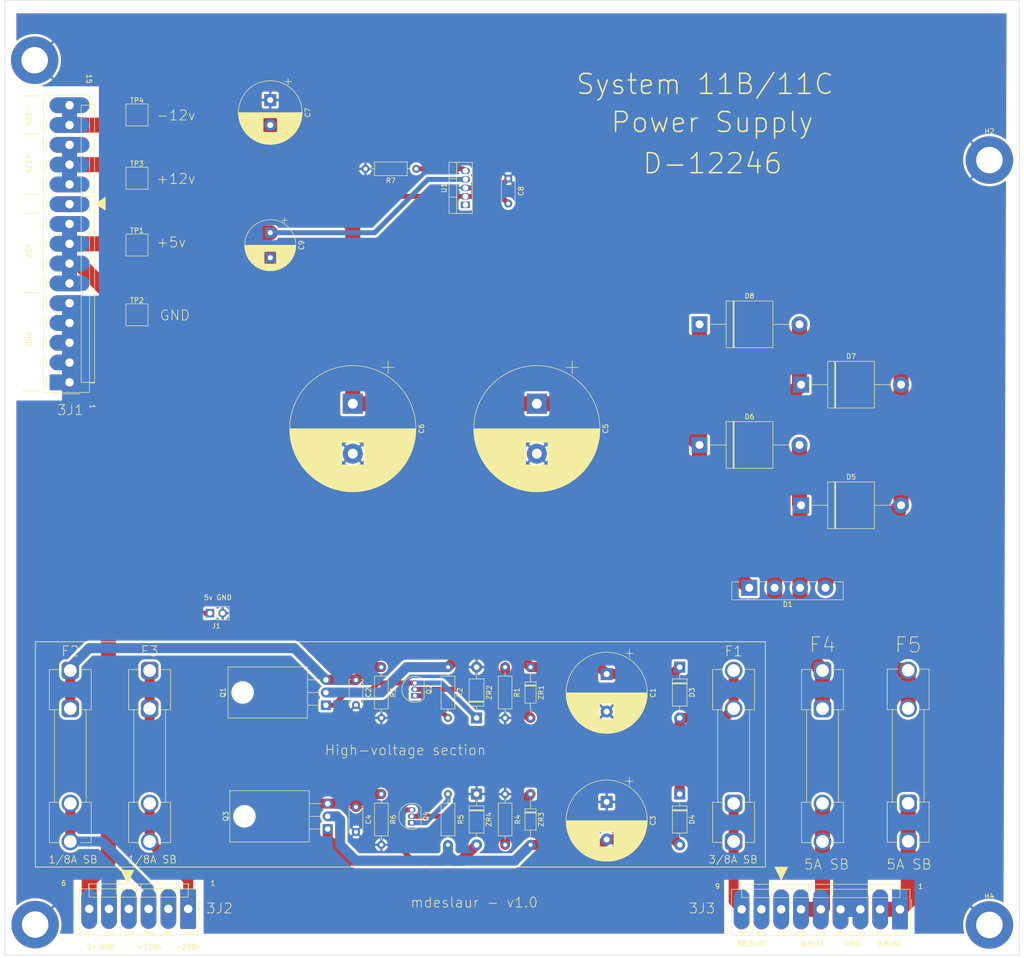
<source format=kicad_pcb>
(kicad_pcb (version 20221018) (generator pcbnew)
  (title_block (title "Williams System 11B/11C Power Supply") (date "2024-02-02") (rev "1.0") (company "Marc Deslauriers"))
  (layers (0 "F.Cu" signal) (31 "B.Cu" signal) (34 "B.Paste" user) (35 "F.Paste" user) (36 "B.SilkS" user "B.Silkscreen") (37 "F.SilkS" user "F.Silkscreen") (38 "B.Mask" user) (39 "F.Mask" user) (44 "Edge.Cuts" user))
  (net 0 "")
  (net 1 "GND")
  (net 2 "/+5v")
  (net 4 "/+12v Unreg")
  (net 5 "/-12v Unreg")
  (net 6 "/-100v")
  (net 8 "/+100v")
  (net 10 "Net-(3J3-Pin_1)")
  (net 11 "Net-(3J3-Pin_5)")
  (net 13 "Net-(3J3-Pin_9)")
  (net 14 "Net-(D3-K)")
  (net 15 "Net-(Q1-E)")
  (net 16 "Net-(D4-A)")
  (net 17 "Net-(Q3-E)")
  (net 18 "Net-(D7-K)")
  (net 19 "Net-(D5-K)")
  (net 20 "Net-(D3-A)")
  (net 21 "Net-(Q1-B)")
  (net 22 "Net-(Q2-E)")
  (net 23 "Net-(Q2-B)")
  (net 24 "Net-(Q3-B)")
  (net 25 "Net-(Q4-E)")
  (net 26 "Net-(Q4-B)")
  (net 27 "Net-(U1-VOADJUST)")
  (footprint "TestPoint:TestPoint_Pad_4.0x4.0mm" (layer "F.Cu") (at 97.79 68.5546)
    (fp_text reference "TP3" (at 0 -2.898) (layer "F.SilkS"))
    (fp_text value "+12v TP")
    (pad "1" smd rect (at 0 0) (size 4 4) (layers "F.Cu" "F.Mask") (net 4 "/+12v Unreg"))
  )
  (footprint "Capacitor_THT:C_Disc_D5.0mm_W2.5mm_P5.00mm" (layer "F.Cu") (at 141.605 194.35 -90)
    (fp_text reference "C4" (at 2.5 -2.5 90) (layer "F.SilkS"))
    (fp_text value "0.1uF")
    (pad "1" thru_hole circle (at 0 0 270) (size 1.6 1.6) (drill 0.8) (layers "*.Cu" "*.Mask") (net 17 "Net-(Q3-E)"))
    (pad "2" thru_hole circle (at 5 0 270) (size 1.6 1.6) (drill 0.8) (layers "*.Cu" "*.Mask") (net 1 "GND"))
  )
  (footprint "Package_TO_SOT_THT:TO-220-5_Vertical" (layer "F.Cu") (at 163.505 73.885 90)
    (fp_text reference "U1" (at 3.4 -4.27 90) (layer "F.SilkS"))
    (fp_text value "PTR08060WVD")
    (pad "1" thru_hole rect (at 0 0 90) (size 1.275 1.8) (drill 1.1) (layers "*.Cu" "*.Mask"))
    (pad "2" thru_hole oval (at 1.7 0 90) (size 1.275 1.8) (drill 1.1) (layers "*.Cu" "*.Mask") (net 4 "/+12v Unreg"))
    (pad "3" thru_hole oval (at 3.4 0 90) (size 1.275 1.8) (drill 1.1) (layers "*.Cu" "*.Mask") (net 1 "GND"))
    (pad "4" thru_hole oval (at 5.1 0 90) (size 1.275 1.8) (drill 1.1) (layers "*.Cu" "*.Mask") (net 2 "/+5v"))
    (pad "5" thru_hole oval (at 6.8 0 90) (size 1.275 1.8) (drill 1.1) (layers "*.Cu" "*.Mask") (net 27 "Net-(U1-VOADJUST)"))
  )
  (footprint "Resistor_THT:R_Axial_DIN0207_L6.3mm_D2.5mm_P10.16mm_Horizontal" (layer "F.Cu") (at 160.02 166.37 -90)
    (fp_text reference "R2" (at 5.08 -2.37 90) (layer "F.SilkS"))
    (fp_text value "680 1/2W")
    (pad "1" thru_hole circle (at 0 0 270) (size 1.6 1.6) (drill 0.8) (layers "*.Cu" "*.Mask") (net 14 "Net-(D3-K)"))
    (pad "2" thru_hole oval (at 10.16 0 270) (size 1.6 1.6) (drill 0.8) (layers "*.Cu" "*.Mask") (net 22 "Net-(Q2-E)"))
  )
  (footprint "Fuse:Fuseholder_Clip-6.3x32mm_Littelfuse_102_Inline_P34.21x7.62mm_D2.54mm_Horizontal" (layer "F.Cu") (at 217.17 201.255 90)
    (fp_text reference "F1" (at 38.06 0 180) (layer "F.SilkS") (effects (font (size 2 2))))
    (fp_text value "3/8A SB")
    (pad "1" thru_hole roundrect (at 0 0 90) (size 3.5 3.5) (drill 2.54) (layers "*.Cu" "*.Mask") (net 13 "Net-(3J3-Pin_9)"))
    (pad "1" thru_hole roundrect (at 7.62 0 90) (size 3.5 3.5) (drill 2.54) (layers "*.Cu" "*.Mask") (net 13 "Net-(3J3-Pin_9)"))
    (pad "2" thru_hole circle (at 26.59 0 90) (size 3.5 3.5) (drill 2.54) (layers "*.Cu" "*.Mask") (net 20 "Net-(D3-A)"))
    (pad "2" thru_hole circle (at 34.21 0 90) (size 3.5 3.5) (drill 2.54) (layers "*.Cu" "*.Mask") (net 20 "Net-(D3-A)"))
  )
  (footprint "Capacitor_THT:CP_Radial_D16.0mm_P7.50mm" (layer "F.Cu") (at 191.77 193.337246 -90)
    (fp_text reference "C3" (at 3.75 -9.25 90) (layer "F.SilkS"))
    (fp_text value "150uF 160v")
    (pad "1" thru_hole rect (at 0 0 270) (size 2.4 2.4) (drill 1.2) (layers "*.Cu" "*.Mask") (net 1 "GND"))
    (pad "2" thru_hole circle (at 7.5 0 270) (size 2.4 2.4) (drill 1.2) (layers "*.Cu" "*.Mask") (net 16 "Net-(D4-A)"))
  )
  (footprint "Resistor_THT:R_Axial_DIN0207_L6.3mm_D2.5mm_P10.16mm_Horizontal" (layer "F.Cu") (at 160.02 201.93 90)
    (fp_text reference "R5" (at 5.08 2.54 90) (layer "F.SilkS"))
    (fp_text value "680 1/2W")
    (pad "1" thru_hole circle (at 0 0 90) (size 1.6 1.6) (drill 0.8) (layers "*.Cu" "*.Mask") (net 16 "Net-(D4-A)"))
    (pad "2" thru_hole oval (at 10.16 0 90) (size 1.6 1.6) (drill 0.8) (layers "*.Cu" "*.Mask") (net 25 "Net-(Q4-E)"))
  )
  (footprint "Diode_THT:D_DO-41_SOD81_P10.16mm_Horizontal" (layer "F.Cu") (at 206.375 191.77 -90)
    (fp_text reference "D4" (at 5.08 -2.47 90) (layer "F.SilkS"))
    (fp_text value "1N4004")
    (pad "1" thru_hole rect (at 0 0 270) (size 2.2 2.2) (drill 1.1) (layers "*.Cu" "*.Mask") (net 20 "Net-(D3-A)"))
    (pad "2" thru_hole oval (at 10.16 0 270) (size 2.2 2.2) (drill 1.1) (layers "*.Cu" "*.Mask") (net 16 "Net-(D4-A)"))
  )
  (footprint "Diode_THT:Diode_Bridge_Vishay_GBU" (layer "F.Cu") (at 220.2942 150.495)
    (fp_text reference "D1" (at 7.7 3.3 180) (layer "F.SilkS"))
    (fp_text value "GBU6B")
    (pad "1" thru_hole rect (at 0 0) (size 3.2 3.2) (drill 1.6) (layers "*.Cu" "*.Mask") (net 4 "/+12v Unreg"))
    (pad "2" thru_hole circle (at 5.08 0) (size 3.2 3.2) (drill 1.6) (layers "*.Cu" "*.Mask") (net 18 "Net-(D7-K)"))
    (pad "3" thru_hole circle (at 10.16 0) (size 3.2 3.2) (drill 1.6) (layers "*.Cu" "*.Mask") (net 19 "Net-(D5-K)"))
    (pad "4" thru_hole circle (at 15.24 0) (size 3.2 3.2) (drill 1.6) (layers "*.Cu" "*.Mask") (net 5 "/-12v Unreg"))
  )
  (footprint "Package_TO_SOT_THT:TO-220-3_Horizontal_TabDown" (layer "F.Cu") (at 135.595 173.99 90)
    (fp_text reference "Q1" (at 2.54 -20.58 90) (layer "F.SilkS"))
    (fp_text value "MJE15030")
    (pad "" np_thru_hole oval (at 2.54 -16.66 90) (size 3.5 3.5) (drill 3.5) (layers "*.Cu" "*.Mask"))
    (pad "1" thru_hole rect (at 0 0 90) (size 1.905 2) (drill 1.1) (layers "*.Cu" "*.Mask") (net 21 "Net-(Q1-B)"))
    (pad "2" thru_hole oval (at 2.54 0 90) (size 1.905 2) (drill 1.1) (layers "*.Cu" "*.Mask") (net 14 "Net-(D3-K)"))
    (pad "3" thru_hole oval (at 5.08 0 90) (size 1.905 2) (drill 1.1) (layers "*.Cu" "*.Mask") (net 15 "Net-(Q1-E)"))
  )
  (footprint "Diode_THT:D_DO-41_SOD81_P10.16mm_Horizontal" (layer "F.Cu") (at 165.735 191.77 -90)
    (fp_text reference "ZR4" (at 5.08 -2.47 90) (layer "F.SilkS"))
    (fp_text value "1N4764")
    (pad "1" thru_hole rect (at 0 0 270) (size 2.2 2.2) (drill 1.1) (layers "*.Cu" "*.Mask") (net 1 "GND"))
    (pad "2" thru_hole oval (at 10.16 0 270) (size 2.2 2.2) (drill 1.1) (layers "*.Cu" "*.Mask") (net 24 "Net-(Q3-B)"))
  )
  (footprint "Fuse:Fuseholder_Clip-6.3x32mm_Littelfuse_102_Inline_P34.21x7.62mm_D2.54mm_Horizontal" (layer "F.Cu") (at 100.33 167.045 -90)
    (fp_text reference "F3" (at -3.85 0) (layer "F.SilkS") (effects (font (size 2 2))))
    (fp_text value "1/8A SB")
    (pad "1" thru_hole roundrect (at 0 0 270) (size 3.5 3.5) (drill 2.54) (layers "*.Cu" "*.Mask") (net 17 "Net-(Q3-E)"))
    (pad "1" thru_hole roundrect (at 7.62 0 270) (size 3.5 3.5) (drill 2.54) (layers "*.Cu" "*.Mask") (net 17 "Net-(Q3-E)"))
    (pad "2" thru_hole circle (at 26.59 0 270) (size 3.5 3.5) (drill 2.54) (layers "*.Cu" "*.Mask") (net 6 "/-100v"))
    (pad "2" thru_hole circle (at 34.21 0 270) (size 3.5 3.5) (drill 2.54) (layers "*.Cu" "*.Mask") (net 6 "/-100v"))
  )
  (footprint "Diode_THT:D_P600_R-6_P20.00mm_Horizontal" (layer "F.Cu") (at 210.345 97.79)
    (fp_text reference "D8" (at 10 -5.67) (layer "F.SilkS"))
    (fp_text value "D_Filled")
    (pad "1" thru_hole rect (at 0 0) (size 3.2 3.2) (drill 1.6) (layers "*.Cu" "*.Mask") (net 4 "/+12v Unreg"))
    (pad "2" thru_hole oval (at 20 0) (size 3.2 3.2) (drill 1.6) (layers "*.Cu" "*.Mask") (net 18 "Net-(D7-K)"))
  )
  (footprint "Package_TO_SOT_THT:TO-92_Inline" (layer "F.Cu") (at 153.395 172.085 90)
    (fp_text reference "Q2" (at 1.27 2.815 90) (layer "F.SilkS"))
    (fp_text value "2N5401")
    (pad "1" thru_hole rect (at 0 0 90) (size 1.05 1.5) (drill 0.75) (layers "*.Cu" "*.Mask") (net 22 "Net-(Q2-E)"))
    (pad "2" thru_hole oval (at 1.27 0 90) (size 1.05 1.5) (drill 0.75) (layers "*.Cu" "*.Mask") (net 23 "Net-(Q2-B)"))
    (pad "3" thru_hole oval (at 2.54 0 90) (size 1.05 1.5) (drill 0.75) (layers "*.Cu" "*.Mask") (net 21 "Net-(Q1-B)"))
  )
  (footprint "TestPoint:TestPoint_Pad_4.0x4.0mm" (layer "F.Cu") (at 97.79 95.885)
    (fp_text reference "TP2" (at 0 -2.898) (layer "F.SilkS"))
    (fp_text value "GND TP")
    (pad "1" smd rect (at 0 0) (size 4 4) (layers "F.Cu" "F.Mask") (net 1 "GND"))
  )
  (footprint "TestPoint:TestPoint_Pad_4.0x4.0mm" (layer "F.Cu") (at 97.79 55.88)
    (fp_text reference "TP4" (at 0 -2.898) (layer "F.SilkS"))
    (fp_text value "-12v TP")
    (pad "1" smd rect (at 0 0) (size 4 4) (layers "F.Cu" "F.Mask") (net 5 "/-12v Unreg"))
  )
  (footprint "regulator:Molex_KK-396_A-41791-0015_1x15_P3.96mm_Vertical" (layer "F.Cu") (at 84.2982 109.3912 90)
    (fp_text reference "3J1" (at -5.5438 0.1568 180) (layer "F.SilkS") (effects (font (size 2 2))))
    (fp_text value "Conn_01x15")
    (pad "1" thru_hole roundrect (at 0 0 90) (size 3.16 8) (drill 1.7) (layers "*.Cu" "*.Mask") (roundrect_rratio 0.07911392405) (net 1 "GND"))
    (pad "2" thru_hole oval (at 3.96 0 90) (size 3.16 8) (drill 1.7) (layers "*.Cu" "*.Mask") (net 1 "GND"))
    (pad "3" thru_hole oval (at 7.92 0 90) (size 3.16 8) (drill 1.7) (layers "*.Cu" "*.Mask") (net 1 "GND"))
    (pad "4" thru_hole oval (at 11.88 0 90) (size 3.16 8) (drill 1.7) (layers "*.Cu" "*.Mask") (net 1 "GND"))
    (pad "5" thru_hole oval (at 15.84 0 90) (size 3.16 8) (drill 1.7) (layers "*.Cu" "*.Mask") (net 1 "GND"))
    (pad "6" thru_hole oval (at 19.8 0 90) (size 3.16 8) (drill 1.7) (layers "*.Cu" "*.Mask") (net 2 "/+5v"))
    (pad "7" thru_hole oval (at 23.76 0 90) (size 3.16 8) (drill 1.7) (layers "*.Cu" "*.Mask") (net 2 "/+5v"))
    (pad "8" thru_hole oval (at 27.72 0 90) (size 3.16 8) (drill 1.7) (layers "*.Cu" "*.Mask") (net 2 "/+5v"))
    (pad "9" thru_hole oval (at 31.68 0 90) (size 3.16 8) (drill 1.7) (layers "*.Cu" "*.Mask") (net 2 "/+5v"))
    (pad "10" thru_hole oval (at 35.64 0 90) (size 3.16 8) (drill 1.7) (layers "*.Cu" "*.Mask"))
    (pad "11" thru_hole oval (at 39.6 0 90) (size 3.16 8) (drill 1.7) (layers "*.Cu" "*.Mask") (net 4 "/+12v Unreg"))
    (pad "12" thru_hole oval (at 43.56 0 90) (size 3.16 8) (drill 1.7) (layers "*.Cu" "*.Mask") (net 4 "/+12v Unreg"))
    (pad "13" thru_hole oval (at 47.52 0 90) (size 3.16 8) (drill 1.7) (layers "*.Cu" "*.Mask") (net 4 "/+12v Unreg"))
    (pad "14" thru_hole oval (at 51.48 0 90) (size 3.16 8) (drill 1.7) (layers "*.Cu" "*.Mask") (net 5 "/-12v Unreg"))
    (pad "15" thru_hole oval (at 55.44 0 90) (size 3.16 8) (drill 1.7) (layers "*.Cu" "*.Mask") (net 5 "/-12v Unreg"))
  )
  (footprint "Capacitor_THT:CP_Radial_D25.0mm_P10.00mm_SnapIn" (layer "F.Cu") (at 140.97 113.665 -90)
    (fp_text reference "C6" (at 5 -13.75 90) (layer "F.SilkS"))
    (fp_text value "10,000uF")
    (pad "1" thru_hole rect (at 0 0 270) (size 4 4) (drill 2) (layers "*.Cu" "*.Mask") (net 4 "/+12v Unreg"))
    (pad "2" thru_hole circle (at 10 0 270) (size 4 4) (drill 2) (layers "*.Cu" "*.Mask") (net 1 "GND"))
  )
  (footprint "MountingHole:MountingHole_5.3mm_M5_ISO7380_Pad" (layer "F.Cu") (at 268.3452 217.9518)
    (fp_text reference "H4" (at 0 -5.75) (layer "F.SilkS"))
    (fp_text value "MountingHole_Pad")
    (pad "1" thru_hole circle (at 0 0) (size 9.5 9.5) (drill 5.3) (layers "*.Cu" "*.Mask") (net 1 "GND"))
  )
  (footprint "Capacitor_THT:C_Disc_D5.0mm_W2.5mm_P5.00mm" (layer "F.Cu") (at 172.085 73.62 90)
    (fp_text reference "C8" (at 2.5 2.54 90) (layer "F.SilkS"))
    (fp_text value "22uF Cer")
    (pad "1" thru_hole circle (at 0 0 90) (size 1.6 1.6) (drill 0.8) (layers "*.Cu" "*.Mask") (net 4 "/+12v Unreg"))
    (pad "2" thru_hole circle (at 5 0 90) (size 1.6 1.6) (drill 0.8) (layers "*.Cu" "*.Mask") (net 1 "GND"))
  )
  (footprint "Fuse:Fuseholder_Clip-6.3x32mm_Littelfuse_102_Inline_P34.21x7.62mm_D2.54mm_Horizontal" (layer "F.Cu") (at 84.455 167.045 -90)
    (fp_text reference "F2" (at -3.85 0) (layer "F.SilkS") (effects (font (size 2 2))))
    (fp_text value "1/8A SB")
    (pad "1" thru_hole roundrect (at 0 0 270) (size 3.5 3.5) (drill 2.54) (layers "*.Cu" "*.Mask") (net 15 "Net-(Q1-E)"))
    (pad "1" thru_hole roundrect (at 7.62 0 270) (size 3.5 3.5) (drill 2.54) (layers "*.Cu" "*.Mask") (net 15 "Net-(Q1-E)"))
    (pad "2" thru_hole circle (at 26.59 0 270) (size 3.5 3.5) (drill 2.54) (layers "*.Cu" "*.Mask") (net 8 "/+100v"))
    (pad "2" thru_hole circle (at 34.21 0 270) (size 3.5 3.5) (drill 2.54) (layers "*.Cu" "*.Mask") (net 8 "/+100v"))
  )
  (footprint "MountingHole:MountingHole_5.3mm_M5_ISO7380_Pad" (layer "F.Cu") (at 77.3232 44.9438)
    (fp_text reference "H1" hide)
    (fp_text value "MountingHole_Pad")
    (pad "1" thru_hole circle (at 0 0) (size 9.5 9.5) (drill 5.3) (layers "*.Cu" "*.Mask") (net 1 "GND"))
  )
  (footprint "Diode_THT:D_P600_R-6_P20.00mm_Horizontal" (layer "F.Cu") (at 230.665 109.855)
    (fp_text reference "D7" (at 10 -5.67) (layer "F.SilkS"))
    (fp_text value "D_Filled")
    (pad "1" thru_hole rect (at 0 0) (size 3.2 3.2) (drill 1.6) (layers "*.Cu" "*.Mask") (net 18 "Net-(D7-K)"))
    (pad "2" thru_hole oval (at 20 0) (size 3.2 3.2) (drill 1.6) (layers "*.Cu" "*.Mask") (net 5 "/-12v Unreg"))
  )
  (footprint "MountingHole:MountingHole_5.3mm_M5_ISO7380_Pad" (layer "F.Cu") (at 268.3458 64.918)
    (fp_text reference "H2" (at 0 -5.75) (layer "F.SilkS"))
    (fp_text value "MountingHole_Pad")
    (pad "1" thru_hole circle (at 0 0) (size 9.5 9.5) (drill 5.3) (layers "*.Cu" "*.Mask") (net 1 "GND"))
  )
  (footprint "Resistor_THT:R_Axial_DIN0207_L6.3mm_D2.5mm_P10.16mm_Horizontal" (layer "F.Cu") (at 146.685 191.77 -90)
    (fp_text reference "R6" (at 5.08 -2.37 90) (layer "F.SilkS"))
    (fp_text value "330K 1/2W")
    (pad "1" thru_hole circle (at 0 0 270) (size 1.6 1.6) (drill 0.8) (layers "*.Cu" "*.Mask") (net 17 "Net-(Q3-E)"))
    (pad "2" thru_hole oval (at 10.16 0 270) (size 1.6 1.6) (drill 0.8) (layers "*.Cu" "*.Mask") (net 1 "GND"))
  )
  (footprint "Fuse:Fuseholder_Clip-6.3x32mm_Littelfuse_102_Inline_P34.21x7.62mm_D2.54mm_Horizontal" (layer "F.Cu") (at 234.95 167.045 -90)
    (fp_text reference "F4" (at -5.12 0) (layer "F.SilkS") (effects (font (size 3 3))))
    (fp_text value "5A SB")
    (pad "1" thru_hole roundrect (at 0 0 270) (size 3.5 3.5) (drill 2.54) (layers "*.Cu" "*.Mask") (net 18 "Net-(D7-K)"))
    (pad "1" thru_hole roundrect (at 7.62 0 270) (size 3.5 3.5) (drill 2.54) (layers "*.Cu" "*.Mask") (net 18 "Net-(D7-K)"))
    (pad "2" thru_hole circle (at 26.59 0 270) (size 3.5 3.5) (drill 2.54) (layers "*.Cu" "*.Mask") (net 11 "Net-(3J3-Pin_5)"))
    (pad "2" thru_hole circle (at 34.21 0 270) (size 3.5 3.5) (drill 2.54) (layers "*.Cu" "*.Mask") (net 11 "Net-(3J3-Pin_5)"))
  )
  (footprint "Package_TO_SOT_THT:TO-220-3_Horizontal_TabDown" (layer "F.Cu") (at 135.9506 198.755 90)
    (fp_text reference "Q3" (at 2.54 -20.3806 90) (layer "F.SilkS"))
    (fp_text value "MJE15031")
    (pad "" np_thru_hole oval (at 2.54 -16.66 90) (size 3.5 3.5) (drill 3.5) (layers "*.Cu" "*.Mask"))
    (pad "1" thru_hole rect (at 0 0 90) (size 1.905 2) (drill 1.1) (layers "*.Cu" "*.Mask") (net 24 "Net-(Q3-B)"))
    (pad "2" thru_hole oval (at 2.54 0 90) (size 1.905 2) (drill 1.1) (layers "*.Cu" "*.Mask") (net 16 "Net-(D4-A)"))
    (pad "3" thru_hole oval (at 5.08 0 90) (size 1.905 2) (drill 1.1) (layers "*.Cu" "*.Mask") (net 17 "Net-(Q3-E)"))
  )
  (footprint "Diode_THT:D_DO-41_SOD81_P10.16mm_Horizontal" (layer "F.Cu") (at 165.735 176.53 90)
    (fp_text reference "ZR2" (at 5.08 2.54 90) (layer "F.SilkS"))
    (fp_text value "1N4764")
    (pad "1" thru_hole rect (at 0 0 90) (size 2.2 2.2) (drill 1.1) (layers "*.Cu" "*.Mask") (net 21 "Net-(Q1-B)"))
    (pad "2" thru_hole oval (at 10.16 0 90) (size 2.2 2.2) (drill 1.1) (layers "*.Cu" "*.Mask") (net 1 "GND"))
  )
  (footprint "Resistor_THT:R_Axial_DIN0207_L6.3mm_D2.5mm_P10.16mm_Horizontal" (layer "F.Cu") (at 171.45 166.37 -90)
    (fp_text reference "R1" (at 5.08 -2.37 90) (layer "F.SilkS"))
    (fp_text value "39K 1W")
    (pad "1" thru_hole circle (at 0 0 270) (size 1.6 1.6) (drill 0.8) (layers "*.Cu" "*.Mask") (net 23 "Net-(Q2-B)"))
    (pad "2" thru_hole oval (at 10.16 0 270) (size 1.6 1.6) (drill 0.8) (layers "*.Cu" "*.Mask") (net 1 "GND"))
  )
  (footprint "Capacitor_THT:CP_Radial_D25.0mm_P10.00mm_SnapIn" (layer "F.Cu") (at 177.8 113.665 -90)
    (fp_text reference "C5" (at 5 -13.75 90) (layer "F.SilkS"))
    (fp_text value "10,000uF")
    (pad "1" thru_hole rect (at 0 0 270) (size 4 4) (drill 2) (layers "*.Cu" "*.Mask") (net 4 "/+12v Unreg"))
    (pad "2" thru_hole circle (at 10 0 270) (size 4 4) (drill 2) (layers "*.Cu" "*.Mask") (net 1 "GND"))
  )
  (footprint "Diode_THT:D_DO-41_SOD81_P10.16mm_Horizontal" (layer "F.Cu") (at 206.375 166.37 -90)
    (fp_text reference "D3" (at 5.08 -2.47 90) (layer "F.SilkS"))
    (fp_text value "1N4004")
    (pad "1" thru_hole rect (at 0 0 270) (size 2.2 2.2) (drill 1.1) (layers "*.Cu" "*.Mask") (net 14 "Net-(D3-K)"))
    (pad "2" thru_hole oval (at 10.16 0 270) (size 2.2 2.2) (drill 1.1) (layers "*.Cu" "*.Mask") (net 20 "Net-(D3-A)"))
  )
  (footprint "regulator:Molex_KK-396_A-41791-0009_1x09_P3.96mm_Vertical" (layer "F.Cu") (at 250.4474 214.8266 180)
    (fp_text reference "3J3" (at 39.6274 0.1966 180) (layer "F.SilkS") (effects (font (size 2 2))))
    (fp_text value "Conn_01x09")
    (pad "1" thru_hole roundrect (at 0 0 180) (size 3.16 8) (drill 1.7) (layers "*.Cu" "*.Mask") (roundrect_rratio 0.07911392405) (net 10 "Net-(3J3-Pin_1)"))
    (pad "2" thru_hole oval (at 3.96 0 180) (size 3.16 8) (drill 1.7) (layers "*.Cu" "*.Mask") (net 10 "Net-(3J3-Pin_1)"))
    (pad "3" thru_hole oval (at 7.92 0 180) (size 3.16 8) (drill 1.7) (layers "*.Cu" "*.Mask") (net 1 "GND"))
    (pad "4" thru_hole oval (at 11.88 0 180) (size 3.16 8) (drill 1.7) (layers "*.Cu" "*.Mask") (net 1 "GND"))
    (pad "5" thru_hole oval (at 15.84 0 180) (size 3.16 8) (drill 1.7) (layers "*.Cu" "*.Mask") (net 11 "Net-(3J3-Pin_5)"))
    (pad "6" thru_hole oval (at 19.8 0 180) (size 3.16 8) (drill 1.7) (layers "*.Cu" "*.Mask") (net 11 "Net-(3J3-Pin_5)"))
    (pad "7" thru_hole oval (at 23.76 0 180) (size 3.16 8) (drill 1.7) (layers "*.Cu" "*.Mask"))
    (pad "8" thru_hole oval (at 27.72 0 180) (size 3.16 8) (drill 1.7) (layers "*.Cu" "*.Mask") (net 1 "GND"))
    (pad "9" thru_hole oval (at 31.68 0 180) (size 3.16 8) (drill 1.7) (layers "*.Cu" "*.Mask") (net 13 "Net-(3J3-Pin_9)"))
  )
  (footprint "Package_TO_SOT_THT:TO-92_Inline" (layer "F.Cu") (at 152.76 197.485 90)
    (fp_text reference "Q4" (at 1.27 2.815 90) (layer "F.SilkS"))
    (fp_text value "2N5551")
    (pad "1" thru_hole rect (at 0 0 90) (size 1.05 1.5) (drill 0.75) (layers "*.Cu" "*.Mask") (net 25 "Net-(Q4-E)"))
    (pad "2" thru_hole oval (at 1.27 0 90) (size 1.05 1.5) (drill 0.75) (layers "*.Cu" "*.Mask") (net 26 "Net-(Q4-B)"))
    (pad "3" thru_hole oval (at 2.54 0 90) (size 1.05 1.5) (drill 0.75) (layers "*.Cu" "*.Mask") (net 24 "Net-(Q3-B)"))
  )
  (footprint "Diode_THT:D_DO-35_SOD27_P10.16mm_Horizontal" (layer "F.Cu") (at 176.53 166.37 -90)
    (fp_text reference "ZR1" (at 5.08 -2.12 90) (layer "F.SilkS"))
    (fp_text value "1N5990")
    (pad "1" thru_hole rect (at 0 0 270) (size 1.6 1.6) (drill 0.8) (layers "*.Cu" "*.Mask") (net 14 "Net-(D3-K)"))
    (pad "2" thru_hole oval (at 10.16 0 270) (size 1.6 1.6) (drill 0.8) (layers "*.Cu" "*.Mask") (net 23 "Net-(Q2-B)"))
  )
  (footprint "regulator:Molex_KK-396_A-41791-0006_1x06_P3.96mm_Vertical" (layer "F.Cu") (at 108.0332 214.7424 180)
    (fp_text reference "3J2" (at -6.2668 0.1124 180) (layer "F.SilkS") (effects (font (size 2 2))))
    (fp_text value "Conn_01x06")
    (pad "1" thru_hole roundrect (at 0 0 180) (size 3.16 8) (drill 1.7) (layers "*.Cu" "*.Mask") (roundrect_rratio 0.07911392405) (net 6 "/-100v"))
    (pad "2" thru_hole oval (at 3.96 0 180) (size 3.16 8) (drill 1.7) (layers "*.Cu" "*.Mask"))
    (pad "3" thru_hole oval (at 7.92 0 180) (size 3.16 8) (drill 1.7) (layers "*.Cu" "*.Mask") (net 8 "/+100v"))
    (pad "4" thru_hole oval (at 11.88 0 180) (size 3.16 8) (drill 1.7) (layers "*.Cu" "*.Mask"))
    (pad "5" thru_hole oval (at 15.84 0 180) (size 3.16 8) (drill 1.7) (layers "*.Cu" "*.Mask") (net 1 "GND"))
    (pad "6" thru_hole oval (at 19.8 0 180) (size 3.16 8) (drill 1.7) (layers "*.Cu" "*.Mask") (net 2 "/+5v"))
  )
  (footprint "TestPoint:TestPoint_Pad_4.0x4.0mm" (layer "F.Cu") (at 97.79 81.915)
    (fp_text reference "TP1" (at 0 -2.898) (layer "F.SilkS"))
    (fp_text value "+5v TP")
    (pad "1" smd rect (at 0 0) (size 4 4) (layers "F.Cu" "F.Mask") (net 2 "/+5v"))
  )
  (footprint "Connector_PinHeader_2.54mm:PinHeader_1x02_P2.54mm_Vertical" (layer "F.Cu") (at 112.39 155.575 90)
    (fp_text reference "J1" (at -2.54 1.275 180) (layer "F.SilkS"))
    (fp_text value "Optional Voltmeter")
    (pad "1" thru_hole rect (at 0 0 90) (size 1.7 1.7) (drill 1) (layers "*.Cu" "*.Mask") (net 2 "/+5v"))
    (pad "2" thru_hole oval (at 0 2.54 90) (size 1.7 1.7) (drill 1) (layers "*.Cu" "*.Mask") (net 1 "GND"))
  )
  (footprint "Diode_THT:D_P600_R-6_P20.00mm_Horizontal" (layer "F.Cu") (at 230.665 133.985)
    (fp_text reference "D5" (at 10 -5.67) (layer "F.SilkS"))
    (fp_text value "D_Filled")
    (pad "1" thru_hole rect (at 0 0) (size 3.2 3.2) (drill 1.6) (layers "*.Cu" "*.Mask") (net 19 "Net-(D5-K)"))
    (pad "2" thru_hole oval (at 20 0) (size 3.2 3.2) (drill 1.6) (layers "*.Cu" "*.Mask") (net 5 "/-12v Unreg"))
  )
  (footprint "MountingHole:MountingHole_5.3mm_M5_ISO7380_Pad" (layer "F.Cu") (at 77.4248 217.876)
    (fp_text reference "H3" hide)
    (fp_text value "MountingHole_Pad")
    (pad "1" thru_hole circle (at 0 0) (size 9.5 9.5) (drill 5.3) (layers "*.Cu" "*.Mask") (net 1 "GND"))
  )
  (footprint "Diode_THT:D_P600_R-6_P20.00mm_Horizontal" (layer "F.Cu") (at 210.345 121.92)
    (fp_text reference "D6" (at 10 -5.67) (layer "F.SilkS"))
    (fp_text value "D_Filled")
    (pad "1" thru_hole rect (at 0 0) (size 3.2 3.2) (drill 1.6) (layers "*.Cu" "*.Mask") (net 4 "/+12v Unreg"))
    (pad "2" thru_hole oval (at 20 0) (size 3.2 3.2) (drill 1.6) (layers "*.Cu" "*.Mask") (net 19 "Net-(D5-K)"))
  )
  (footprint "Capacitor_THT:CP_Radial_D12.5mm_P5.00mm" (layer "F.Cu") (at 124.46 52.921041 -90)
    (fp_text reference "C7" (at 2.5 -7.5 90) (layer "F.SilkS"))
    (fp_text value "1000uF")
    (pad "1" thru_hole rect (at 0 0 270) (size 2.4 2.4) (drill 1.2) (layers "*.Cu" "*.Mask") (net 1 "GND"))
    (pad "2" thru_hole circle (at 5 0 270) (size 2.4 2.4) (drill 1.2) (layers "*.Cu" "*.Mask") (net 5 "/-12v Unreg"))
  )
  (footprint "Diode_THT:D_DO-35_SOD27_P10.16mm_Horizontal" (layer "F.Cu") (at 176.53 191.77 -90)
    (fp_text reference "ZR3" (at 5.08 -2.12 90) (layer "F.SilkS"))
    (fp_text value "1N5990")
    (pad "1" thru_hole rect (at 0 0 270) (size 1.6 1.6) (drill 0.8) (layers "*.Cu" "*.Mask") (net 26 "Net-(Q4-B)"))
    (pad "2" thru_hole oval (at 10.16 0 270) (size 1.6 1.6) (drill 0.8) (layers "*.Cu" "*.Mask") (net 16 "Net-(D4-A)"))
  )
  (footprint "Resistor_THT:R_Axial_DIN0207_L6.3mm_D2.5mm_P10.16mm_Horizontal" (layer "F.Cu") (at 146.685 166.37 -90)
    (fp_text reference "R3" (at 5.08 -2.37 90) (layer "F.SilkS"))
    (fp_text value "330K 1/2W")
    (pad "1" thru_hole circle (at 0 0 270) (size 1.6 1.6) (drill 0.8) (layers "*.Cu" "*.Mask") (net 15 "Net-(Q1-E)"))
    (pad "2" thru_hole oval (at 10.16 0 270) (size 1.6 1.6) (drill 0.8) (layers "*.Cu" "*.Mask") (net 1 "GND"))
  )
  (footprint "Capacitor_THT:CP_Radial_D16.0mm_P7.50mm" (layer "F.Cu") (at 191.77 167.76 -90)
    (fp_text reference "C1" (at 3.75 -9.25 90) (layer "F.SilkS"))
    (fp_text value "150uF 160v")
    (pad "1" thru_hole rect (at 0 0 270) (size 2.4 2.4) (drill 1.2) (layers "*.Cu" "*.Mask") (net 14 "Net-(D3-K)"))
    (pad "2" thru_hole circle (at 7.5 0 270) (size 2.4 2.4) (drill 1.2) (layers "*.Cu" "*.Mask") (net 1 "GND"))
  )
  (footprint "Resistor_THT:R_Axial_DIN0207_L6.3mm_D2.5mm_P10.16mm_Horizontal" (layer "F.Cu") (at 171.45 201.93 90)
    (fp_text reference "R4" (at 5.08 2.54 90) (layer "F.SilkS"))
    (fp_text value "39K 1W")
    (pad "1" thru_hole circle (at 0 0 90) (size 1.6 1.6) (drill 0.8) (layers "*.Cu" "*.Mask") (net 26 "Net-(Q4-B)"))
    (pad "2" thru_hole oval (at 10.16 0 90) (size 1.6 1.6) (drill 0.8) (layers "*.Cu" "*.Mask") (net 1 "GND"))
  )
  (footprint "Resistor_THT:R_Axial_DIN0207_L6.3mm_D2.5mm_P10.16mm_Horizontal" (layer "F.Cu") (at 153.67 66.675 180)
    (fp_text reference "R7" (at 5.08 -2.37) (layer "F.SilkS"))
    (fp_text value "267 1%")
    (pad "1" thru_hole circle (at 0 0 180) (size 1.6 1.6) (drill 0.8) (layers "*.Cu" "*.Mask") (net 27 "Net-(U1-VOADJUST)"))
    (pad "2" thru_hole oval (at 10.16 0 180) (size 1.6 1.6) (drill 0.8) (layers "*.Cu" "*.Mask") (net 1 "GND"))
  )
  (footprint "Fuse:Fuseholder_Clip-6.3x32mm_Littelfuse_102_Inline_P34.21x7.62mm_D2.54mm_Horizontal" (layer "F.Cu") (at 252.095 201.215 90)
    (fp_text reference "F5" (at 39.29 0 180) (layer "F.SilkS") (effects (font (size 3 3))))
    (fp_text value "5A SB")
    (pad "1" thru_hole roundrect (at 0 0 90) (size 3.5 3.5) (drill 2.54) (layers "*.Cu" "*.Mask") (net 10 "Net-(3J3-Pin_1)"))
    (pad "1" thru_hole roundrect (at 7.62 0 90) (size 3.5 3.5) (drill 2.54) (layers "*.Cu" "*.Mask") (net 10 "Net-(3J3-Pin_1)"))
    (pad "2" thru_hole circle (at 26.59 0 90) (size 3.5 3.5) (drill 2.54) (layers "*.Cu" "*.Mask") (net 19 "Net-(D5-K)"))
    (pad "2" thru_hole circle (at 34.21 0 90) (size 3.5 3.5) (drill 2.54) (layers "*.Cu" "*.Mask") (net 19 "Net-(D5-K)"))
  )
  (footprint "Capacitor_THT:C_Disc_D5.0mm_W2.5mm_P5.00mm" (layer "F.Cu") (at 141.605 168.95 -90)
    (fp_text reference "C2" (at 2.5 -2.5 90) (layer "F.SilkS"))
    (fp_text value "0.1uF")
    (pad "1" thru_hole circle (at 0 0 270) (size 1.6 1.6) (drill 0.8) (layers "*.Cu" "*.Mask") (net 15 "Net-(Q1-E)"))
    (pad "2" thru_hole circle (at 5 0 270) (size 1.6 1.6) (drill 0.8) (layers "*.Cu" "*.Mask") (net 1 "GND"))
  )
  (footprint "Capacitor_THT:CP_Radial_D10.0mm_P5.00mm" (layer "F.Cu") (at 124.46 79.455 -90)
    (fp_text reference "C9" (at 2.5 -6.25 90) (layer "F.SilkS"))
    (fp_text value "2200uF 16V")
    (pad "1" thru_hole rect (at 0 0 270) (size 2 2) (drill 1) (layers "*.Cu" "*.Mask") (net 2 "/+5v"))
    (pad "2" thru_hole circle (at 5 0 270) (size 2 2) (drill 1) (layers "*.Cu" "*.Mask") (net 1 "GND"))
  )
  (gr_line (start 78.105 111.125) (end 74.93 111.125) (stroke (width 0.15)) (layer "F.SilkS"))
  (gr_rect (start 77.47 161.29) (end 223.52 206.375) (stroke (width 0.15)) (fill none) (layer "F.SilkS"))
  (gr_line (start 78.105 71.755) (end 74.93 71.755) (stroke (width 0.15)) (layer "F.SilkS"))
  (gr_line (start 78.105 52.07) (end 74.93 52.07) (stroke (width 0.15)) (layer "F.SilkS"))
  (gr_line (start 78.105 75.565) (end 74.93 75.565) (stroke (width 0.15)) (layer "F.SilkS"))
  (gr_poly (pts (xy 91.44 72.39) (xy 89.535 73.66) (xy 91.44 74.93)) (stroke (width 0.15)) (fill solid) (layer "F.SilkS"))
  (gr_poly (pts (xy 95.885 209.55) (xy 94.615 207.01) (xy 97.155 207.01)) (stroke (width 0.15)) (fill solid) (layer "F.SilkS"))
  (gr_poly (pts (xy 226.695 208.915) (xy 225.425 206.375) (xy 227.965 206.375)) (stroke (width 0.15)) (fill solid) (layer "F.SilkS"))
  (gr_line (start 78.105 59.69) (end 74.93 59.69) (stroke (width 0.15)) (layer "F.SilkS"))
  (gr_line (start 78.105 91.44) (end 74.93 91.44) (stroke (width 0.15)) (layer "F.SilkS"))
  (gr_rect locked (start 71.3486 32.9438) (end 274.3486 223.9438) (stroke (width 0.1)) (fill none) (layer "Edge.Cuts"))
  (gr_text "High-voltage section" (at 135.255 184.15) (layer "F.SilkS") (effects (font (size 2 2)) (justify left bottom)))
  (gr_text "88.5vAC" (at 217.805 222.25) (layer "F.SilkS") (effects (font (size 1 1)) (justify left bottom)))
  (gr_text "+12v" (at 101.6 69.85) (layer "F.SilkS") (effects (font (size 2 2)) (justify left bottom)))
  (gr_text "System 11B/11C" (at 185.42 52.07) (layer "F.SilkS") (effects (font (size 4 4) (thickness 0.3)) (justify left bottom)))
  (gr_text "+5v" (at 101.6 82.55) (layer "F.SilkS") (effects (font (size 2 2)) (justify left bottom)))
  (gr_text "9" (at 213.36 210.82) (layer "F.SilkS") (effects (font (size 1 1)) (justify left bottom)))
  (gr_text "1/8A SB" (at 95.885 205.74) (layer "F.SilkS") (effects (font (size 1.5 1.5)) (justify left bottom)))
  (gr_text "1" (at 112.395 210.185) (layer "F.SilkS") (effects (font (size 1 1)) (justify left bottom)))
  (gr_text "D-12246" (at 198.755 67.945) (layer "F.SilkS") (effects (font (size 4 4) (thickness 0.3)) (justify left bottom)))
  (gr_text "Power Supply" (at 192.405 59.69) (layer "F.SilkS") (effects (font (size 4 4) (thickness 0.3)) (justify left bottom)))
  (gr_text "15" (at 87.63 47.625 270) (layer "F.SilkS") (effects (font (size 1 1)) (justify left bottom)))
  (gr_text "9.8vAC" (at 245.745 222.25) (layer "F.SilkS") (effects (font (size 1 1)) (justify left bottom)))
  (gr_text "GND" (at 239.395 222.25) (layer "F.SilkS") (effects (font (size 1 1)) (justify left bottom)))
  (gr_text "GND" (at 90.17 222.885) (layer "F.SilkS") (effects (font (size 1 1)) (justify left bottom)))
  (gr_text "+12V" (at 75.565 63.5 270) (layer "F.SilkS") (effects (font (size 1 1)) (justify left bottom)))
  (gr_text "6" (at 82.55 210.185) (layer "F.SilkS") (effects (font (size 1 1)) (justify left bottom)))
  (gr_text "-12V" (at 75.565 53.975 270) (layer "F.SilkS") (effects (font (size 1 1)) (justify left bottom)))
  (gr_text "1" (at 88.265 113.665 270) (layer "F.SilkS") (effects (font (size 1 1)) (justify left bottom)))
  (gr_text "1" (at 254 210.82) (layer "F.SilkS") (effects (font (size 1 1)) (justify left bottom)))
  (gr_text "3/8A SB" (at 212.09 205.74) (layer "F.SilkS") (effects (font (size 1.5 1.5)) (justify left bottom)))
  (gr_text "9.8vAC" (at 230.505 222.25) (layer "F.SilkS") (effects (font (size 1 1)) (justify left bottom)))
  (gr_text "mdeslaur - v1.0" (at 152.4 214.63) (layer "F.SilkS") (effects (font (size 2 2)) (justify left bottom)))
  (gr_text "1/8A SB" (at 80.01 205.74) (layer "F.SilkS") (effects (font (size 1.5 1.5)) (justify left bottom)))
  (gr_text "-100v" (at 105.41 222.885) (layer "F.SilkS") (effects (font (size 1 1)) (justify left bottom)))
  (gr_text "GND" (at 102.235 97.155) (layer "F.SilkS") (effects (font (size 2 2)) (justify left bottom)))
  (gr_text "5A SB" (at 247.65 207.01) (layer "F.SilkS") (effects (font (size 2 2)) (justify left bottom)))
  (gr_text "5v" (at 87.63 222.885) (layer "F.SilkS") (effects (font (size 1 1)) (justify left bottom)))
  (gr_text "-12v" (at 101.6 57.15) (layer "F.SilkS") (effects (font (size 2 2)) (justify left bottom)))
  (gr_text "5v GND" (at 111.12 153.035) (layer "F.SilkS") (effects (font (size 1 1)) (justify left bottom)))
  (gr_text "+5V" (at 75.565 81.28 270) (layer "F.SilkS") (effects (font (size 1 1)) (justify left bottom)))
  (gr_text "+100v" (at 97.79 222.885) (layer "F.SilkS") (effects (font (size 1 1)) (justify left bottom)))
  (gr_text "5A SB" (at 231.14 207.01) (layer "F.SilkS") (effects (font (size 2 2)) (justify left bottom)))
  (gr_text "GND" (at 75.565 99.06 270) (layer "F.SilkS") (effects (font (size 1 1)) (justify left bottom)))
  (segment (start 170.22 70.485) (end 172.085 68.62) (width 1) (layer "F.Cu") (net 1))
  (segment (start 109.22 84.455) (end 97.79 95.885) (width 3) (layer "F.Cu") (net 1))
  (segment (start 163.505 70.485) (end 170.22 70.485) (width 1) (layer "F.Cu") (net 1))
  (segment (start 238.5674 214.8266) (end 242.5274 214.8266) (width 3) (layer "F.Cu") (net 1))
  (segment (start 124.46 84.455) (end 109.22 84.455) (width 3) (layer "F.Cu") (net 1))
  (segment (start 238.5674 214.8266) (end 238.5674 207.2026) (width 3) (layer "B.Cu") (net 1))
  (segment (start 84.2982 107.315) (end 93.98 107.315) (width 3) (layer "B.Cu") (net 1))
  (segment (start 84.2982 103.505) (end 84.2982 101.4712) (width 3) (layer "B.Cu") (net 1))
  (segment (start 240.665 214.8266) (end 240.665 205.74) (width 3) (layer "B.Cu") (net 1))
  (segment (start 84.2982 107.315) (end 84.2982 105.4312) (width 3) (layer "B.Cu") (net 1))
  (segment (start 84.2982 97.5112) (end 91.7188 97.5112) (width 3) (layer "B.Cu") (net 1))
  (segment (start 84.2982 105.4312) (end 91.4188 105.4312) (width 3) (layer "B.Cu") (net 1))
  (segment (start 84.2982 93.5512) (end 91.8688 93.5512) (width 3) (layer "B.Cu") (net 1))
  (segment (start 84.2982 95.25) (end 93.98 95.25) (width 3) (layer "B.Cu") (net 1))
  (segment (start 84.2982 109.3912) (end 84.2982 107.315) (width 3) (layer "B.Cu") (net 1))
  (segment (start 84.2982 109.3912) (end 84.2982 114.4568) (width 3) (layer "B.Cu") (net 1))
  (segment (start 90.17 111.2962) (end 88.265 109.3912) (width 3) (layer "B.Cu") (net 1))
  (segment (start 222.7274 214.8266) (end 222.7274 207.8026) (width 3) (layer "B.Cu") (net 1))
  (segment (start 84.2982 97.5112) (end 84.2982 99.695) (width 3) (layer "B.Cu") (net 1))
  (segment (start 84.2982 103.505) (end 93.98 103.505) (width 3) (layer "B.Cu") (net 1))
  (segment (start 84.2982 101.4712) (end 91.44 101.4712) (width 3) (layer "B.Cu") (net 1))
  (segment (start 92.1932 214.7424) (end 92.1932 207.7632) (width 3) (layer "B.Cu") (net 1))
  (segment (start 87.937 113.03) (end 90.17 113.03) (width 3) (layer "B.Cu") (net 1))
  (segment (start 84.2982 109.3912) (end 87.937 113.03) (width 3) (layer "B.Cu") (net 1))
  (segment (start 84.2982 105.4312) (end 84.2982 103.505) (width 3) (layer "B.Cu") (net 1))
  (segment (start 84.2982 99.695) (end 93.98 99.695) (width 3) (layer "B.Cu") (net 1))
  (segment (start 242.5274 214.8266) (end 242.5274 207.0526) (width 3) (layer "B.Cu") (net 1))
  (segment (start 84.2982 95.25) (end 84.2982 97.5112) (width 3) (layer "B.Cu") (net 1))
  (segment (start 84.2982 99.695) (end 84.2982 101.4712) (width 3) (layer "B.Cu") (net 1))
  (segment (start 90.17 113.03) (end 90.17 111.2962) (width 3) (layer "B.Cu") (net 1))
  (segment (start 238.5674 214.8266) (end 240.665 214.8266) (width 3) (layer "B.Cu") (net 1))
  (segment (start 88.265 109.3912) (end 91.9038 109.3912) (width 3) (layer "B.Cu") (net 1))
  (segment (start 92.075 91.44) (end 86.2662 85.6312) (width 3) (layer "F.Cu") (net 2))
  (segment (start 92.075 205.105) (end 92.075 147.32) (width 3) (layer "F.Cu") (net 2))
  (segment (start 88.2332 214.7424) (end 88.2332 208.9468) (width 3) (layer "F.Cu") (net 2))
  (segment (start 97.5462 81.6712) (end 97.79 81.915) (width 3) (layer "F.Cu") (net 2))
  (segment (start 92.075 147.32) (end 92.075 91.44) (width 3) (layer "F.Cu") (net 2))
  (segment (start 84.2982 81.6712) (end 97.5462 81.6712) (width 3) (layer "F.Cu") (net 2))
  (segment (start 88.2332 208.9468) (end 92.075 205.105) (width 3) (layer "F.Cu") (net 2))
  (segment (start 100.33 155.575) (end 92.075 147.32) (width 1) (layer "F.Cu") (net 2))
  (segment (start 124.46 79.455) (end 100.25 79.455) (width 3) (layer "F.Cu") (net 2))
  (segment (start 86.2662 85.6312) (end 84.2982 85.6312) (width 3) (layer "F.Cu") (net 2))
  (segment (start 84.542 81.915) (end 84.2982 81.6712) (width 2) (layer "F.Cu") (net 2))
  (segment (start 100.25 79.455) (end 97.79 81.915) (width 3) (layer "F.Cu") (net 2))
  (segment (start 112.39 155.575) (end 100.33 155.575) (width 1) (layer "F.Cu") (net 2))
  (segment (start 84.2982 85.6312) (end 84.2982 89.5912) (width 3) (layer "B.Cu") (net 2))
  (segment (start 163.505 68.785) (end 156.005 68.785) (width 1) (layer "B.Cu") (net 2))
  (segment (start 84.2982 77.7112) (end 84.2982 81.6712) (width 3) (layer "B.Cu") (net 2))
  (segment (start 145.335 79.455) (end 124.46 79.455) (width 1) (layer "B.Cu") (net 2))
  (segment (start 84.2982 81.6712) (end 84.2982 85.6312) (width 3) (layer "B.Cu") (net 2))
  (segment (start 156.005 68.785) (end 145.335 79.455) (width 1) (layer "B.Cu") (net 2))
  (segment (start 210.345 140.5458) (end 220.2942 150.495) (width 3) (layer "F.Cu") (net 4))
  (segment (start 95.0666 65.8312) (end 97.79 68.5546) (width 3) (layer "F.Cu") (net 4))
  (segment (start 146.89 72.185) (end 140.97 78.105) (width 1) (layer "F.Cu") (net 4))
  (segment (start 131.4196 68.5546) (end 140.97 78.105) (width 3) (layer "F.Cu") (net 4))
  (segment (start 170.65 72.185) (end 172.085 73.62) (width 1) (layer "F.Cu") (net 4))
  (segment (start 140.97 113.665) (end 177.8 113.665) (width 3) (layer "F.Cu") (net 4))
  (segment (start 177.8 113.665) (end 202.09 113.665) (width 3) (layer "F.Cu") (net 4))
  (segment (start 210.345 97.79) (end 210.345 121.92) (width 3) (layer "F.Cu") (net 4))
  (segment (start 163.505 72.185) (end 170.65 72.185) (width 1) (layer "F.Cu") (net 4))
  (segment (start 210.345 121.92) (end 210.345 140.5458) (width 3) (layer "F.Cu") (net 4))
  (segment (start 163.505 72.185) (end 146.89 72.185) (width 1) (layer "F.Cu") (net 4))
  (segment (start 202.09 113.665) (end 210.345 121.92) (width 3) (layer "F.Cu") (net 4))
  (segment (start 140.97 78.105) (end 140.97 113.665) (width 3) (layer "F.Cu") (net 4))
  (segment (start 96.5534 69.7912) (end 97.79 68.5546) (width 2) (layer "F.Cu") (net 4))
  (segment (start 84.2982 65.8312) (end 95.0666 65.8312) (width 3) (layer "F.Cu") (net 4))
  (segment (start 97.79 68.5546) (end 131.4196 68.5546) (width 3) (layer "F.Cu") (net 4))
  (segment (start 84.2982 65.8312) (end 84.2982 69.7912) (width 3) (layer "B.Cu") (net 4))
  (segment (start 84.2982 61.8712) (end 84.2982 65.8312) (width 3) (layer "B.Cu") (net 4))
  (segment (start 250.665 90.01) (end 250.665 109.855) (width 3) (layer "F.Cu") (net 5))
  (segment (start 250.665 109.855) (end 250.665 133.985) (width 3) (layer "F.Cu") (net 5))
  (segment (start 235.5342 150.495) (end 235.5342 149.1158) (width 3) (layer "F.Cu") (net 5))
  (segment (start 218.576041 57.921041) (end 250.665 90.01) (width 3) (layer "F.Cu") (net 5))
  (segment (start 84.308041 57.921041) (end 84.2982 57.9112) (width 3) (layer "F.Cu") (net 5))
  (segment (start 124.46 57.921041) (end 218.576041 57.921041) (width 3) (layer "F.Cu") (net 5))
  (segment (start 235.5342 149.1158) (end 250.665 133.985) (width 3) (layer "F.Cu") (net 5))
  (segment (start 124.450159 57.9112) (end 124.46 57.921041) (width 2) (layer "F.Cu") (net 5))
  (segment (start 124.46 57.921041) (end 84.308041 57.921041) (width 3) (layer "F.Cu") (net 5))
  (segment (start 250.665 135.3642) (end 250.665 133.985) (width 2) (layer "F.Cu") (net 5))
  (segment (start 84.2982 53.9512) (end 84.2982 57.9112) (width 3) (layer "B.Cu") (net 5))
  (segment (start 100.33 201.255) (end 100.33 193.635) (width 2) (layer "F.Cu") (net 6))
  (segment (start 100.33 201.255) (end 108.0332 208.9582) (width 2) (layer "F.Cu") (net 6))
  (segment (start 108.0332 208.9582) (end 108.0332 214.7424) (width 2) (layer "F.Cu") (net 6))
  (segment (start 84.455 193.635) (end 84.455 201.255) (width 2) (layer "F.Cu") (net 8))
  (segment (start 100.1132 210.6032) (end 100.1132 214.7424) (width 2) (layer "B.Cu") (net 8))
  (segment (start 90.765 201.255) (end 100.1132 210.6032) (width 2) (layer "B.Cu") (net 8))
  (segment (start 84.455 201.255) (end 90.765 201.255) (width 2) (layer "B.Cu") (net 8))
  (segment (start 246.4874 214.8266) (end 250.4474 214.8266) (width 3) (layer "F.Cu") (net 10))
  (segment (start 252.095 201.215) (end 252.095 193.595) (width 3) (layer "F.Cu") (net 10))
  (segment (start 252.095 201.215) (end 252.095 213.179) (width 3) (layer "F.Cu") (net 10))
  (segment (start 252.095 213.179) (end 250.4474 214.8266) (width 3) (layer "F.Cu") (net 10))
  (segment (start 234.95 214.484) (end 234.6074 214.8266) (width 3) (layer "F.Cu") (net 11))
  (segment (start 234.95 201.255) (end 234.95 214.484) (width 3) (layer "F.Cu") (net 11))
  (segment (start 234.95 193.635) (end 234.95 201.255) (width 3) (layer "F.Cu") (net 11))
  (segment (start 230.6474 214.8266) (end 234.6074 214.8266) (width 3) (layer "F.Cu") (net 11))
  (segment (start 217.17 213.2292) (end 218.7674 214.8266) (width 2) (layer "F.Cu") (net 13))
  (segment (start 217.17 193.635) (end 217.17 201.255) (width 2) (layer "F.Cu") (net 13))
  (segment (start 217.17 201.255) (end 217.17 213.2292) (width 2) (layer "F.Cu") (net 13))
  (segment (start 160.02 166.37) (end 162.56 163.83) (width 2) (layer "F.Cu") (net 14))
  (segment (start 204.985 167.76) (end 206.375 166.37) (width 2) (layer "F.Cu") (net 14))
  (segment (start 191.77 167.76) (end 204.985 167.76) (width 2) (layer "F.Cu") (net 14))
  (segment (start 162.56 163.83) (end 173.99 163.83) (width 2) (layer "F.Cu") (net 14))
  (segment (start 190.38 166.37) (end 191.77 167.76) (width 2) (layer "F.Cu") (net 14))
  (segment (start 176.53 166.37) (end 190.38 166.37) (width 2) (layer "F.Cu") (net 14))
  (segment (start 173.99 163.83) (end 176.53 166.37) (width 2) (layer "F.Cu") (net 14))
  (segment (start 151.765 166.37) (end 146.685 171.45) (width 2) (layer "B.Cu") (net 14))
  (segment (start 160.02 166.37) (end 151.765 166.37) (width 2) (layer "B.Cu") (net 14))
  (segment (start 146.685 171.45) (end 135.595 171.45) (width 2) (layer "B.Cu") (net 14))
  (segment (start 84.455 167.005) (end 83.82 166.37) (width 2) (layer "F.Cu") (net 15))
  (segment (start 84.455 167.045) (end 84.455 174.665) (width 2) (layer "F.Cu") (net 15))
  (segment (start 144.185 166.37) (end 141.605 168.95) (width 2) (layer "F.Cu") (net 15))
  (segment (start 146.685 166.37) (end 144.185 166.37) (width 2) (layer "F.Cu") (net 15))
  (segment (start 135.595 168.91) (end 141.565 168.91) (width 2) (layer "F.Cu") (net 15))
  (segment (start 84.455 167.045) (end 84.455 167.005) (width 2) (layer "F.Cu") (net 15))
  (segment (start 141.565 168.91) (end 141.605 168.95) (width 2) (layer "F.Cu") (net 15))
  (segment (start 84.455 166.37) (end 88.265 162.56) (width 2) (layer "B.Cu") (net 15))
  (segment (start 84.455 167.045) (end 84.455 166.37) (width 2) (layer "B.Cu") (net 15))
  (segment (start 129.245 162.56) (end 135.595 168.91) (width 2) (layer "B.Cu") (net 15))
  (segment (start 88.265 162.56) (end 129.245 162.56) (width 2) (layer "B.Cu") (net 15))
  (segment (start 205.282246 200.837246) (end 206.375 201.93) (width 2) (layer "F.Cu") (net 16))
  (segment (start 191.77 200.837246) (end 205.282246 200.837246) (width 2) (layer "F.Cu") (net 16))
  (segment (start 176.53 201.93) (end 190.677246 201.93) (width 2) (layer "F.Cu") (net 16))
  (segment (start 190.677246 201.93) (end 191.77 200.837246) (width 2) (layer "F.Cu") (net 16))
  (segment (start 173.355 205.105) (end 163.195 205.105) (width 2) (layer "B.Cu") (net 16))
  (segment (start 160.02 201.93) (end 160.02 203.835) (width 2) (layer "B.Cu") (net 16))
  (segment (start 138.43 196.8819) (end 138.43 201.93) (width 2) (layer "B.Cu") (net 16))
  (segment (start 163.195 205.105) (end 161.29 205.105) (width 2) (layer "B.Cu") (net 16))
  (segment (start 176.53 201.93) (end 173.355 205.105) (width 2) (layer "B.Cu") (net 16))
  (segment (start 158.75 205.105) (end 156.21 205.105) (width 2) (layer "B.Cu") (net 16))
  (segment (start 156.21 205.105) (end 141.605 205.105) (width 2) (layer "B.Cu") (net 16))
  (segment (start 163.195 205.105) (end 156.21 205.105) (width 2) (layer "B.Cu") (net 16))
  (segment (start 135.9506 196.215) (end 137.7631 196.215) (width 2) (layer "B.Cu") (net 16))
  (segment (start 137.7631 196.215) (end 138.43 196.8819) (width 2) (layer "B.Cu") (net 16))
  (segment (start 161.29 205.105) (end 160.02 203.835) (width 2) (layer "B.Cu") (net 16))
  (segment (start 138.43 201.93) (end 141.605 205.105) (width 2) (layer "B.Cu") (net 16))
  (segment (start 160.02 203.835) (end 158.75 205.105) (width 2) (layer "B.Cu") (net 16))
  (segment (start 135.9506 193.675) (end 140.93 193.675) (width 2) (layer "F.Cu") (net 17))
  (segment (start 117.475 182.88) (end 128.27 193.675) (width 2) (layer "F.Cu") (net 17))
  (segment (start 100.33 167.045) (end 100.33 174.665) (width 2) (layer "F.Cu") (net 17))
  (segment (start 146.685 191.77) (end 144.185 191.77) (width 2) (layer "F.Cu") (net 17))
  (segment (start 144.185 191.77) (end 141.605 194.35) (width 2) (layer "F.Cu") (net 17))
  (segment (start 140.93 193.675) (end 141.605 194.35) (width 2) (layer "F.Cu") (net 17))
  (segment (start 128.27 193.675) (end 135.9506 193.675) (width 2) (layer "F.Cu") (net 17))
  (segment (start 100.33 179.07) (end 104.14 182.88) (width 2) (layer "F.Cu") (net 17))
  (segment (start 100.33 174.665) (end 100.33 179.07) (width 2) (layer "F.Cu") (net 17))
  (segment (start 104.14 182.88) (end 117.475 182.88) (width 2) (layer "F.Cu") (net 17))
  (segment (start 220.98 137.795) (end 220.98 119.54) (width 3) (layer "F.Cu") (net 18))
  (segment (start 230.345 109.535) (end 230.665 109.855) (width 3) (layer "F.Cu") (net 18))
  (segment (start 225.3742 150.495) (end 225.3742 157.4692) (width 3) (layer "F.Cu") (net 18))
  (segment (start 230.665 98.11) (end 230.345 97.79) (width 2) (layer "F.Cu") (net 18))
  (segment (start 230.345 97.79) (end 230.345 109.535) (width 3) (layer "F.Cu") (net 18))
  (segment (start 234.95 167.045) (end 234.95 174.665) (width 3) (layer "F.Cu") (net 18))
  (segment (start 225.3742 150.495) (end 225.3742 142.1892) (width 3) (layer "F.Cu") (net 18))
  (segment (start 220.98 119.54) (end 230.665 109.855) (width 3) (layer "F.Cu") (net 18))
  (segment (start 225.3742 157.4692) (end 234.95 167.045) (width 3) (layer "F.Cu") (net 18))
  (segment (start 225.3742 142.1892) (end 220.98 137.795) (width 3) (layer "F.Cu") (net 18))
  (segment (start 230.4542 134.1958) (end 230.665 133.985) (width 3) (layer "F.Cu") (net 19))
  (segment (start 230.4542 150.495) (end 230.4542 153.6192) (width 3) (layer "F.Cu") (net 19))
  (segment (start 230.345 121.92) (end 230.345 133.665) (width 3) (layer "F.Cu") (net 19))
  (segment (start 230.345 133.665) (end 230.665 133.985) (width 3) (layer "F.Cu") (net 19))
  (segment (start 230.665 122.24) (end 230.345 121.92) (width 2) (layer "F.Cu") (net 19))
  (segment (start 235.585 158.75) (end 238.76 158.75) (width 3) (layer "F.Cu") (net 19))
  (segment (start 252.095 174.625) (end 252.095 167.005) (width 3) (layer "F.Cu") (net 19))
  (segment (start 238.76 158.75) (end 247.015 167.005) (width 3) (layer "F.Cu") (net 19))
  (segment (start 230.4542 150.495) (end 230.4542 134.1958) (width 3) (layer "F.Cu") (net 19))
  (segment (start 247.015 167.005) (end 252.095 167.005) (width 3) (layer "F.Cu") (net 19))
  (segment (start 230.4542 153.6192) (end 235.585 158.75) (width 3) (layer "F.Cu") (net 19))
  (segment (start 217.17 167.045) (end 217.17 174.665) (width 2) (layer "F.Cu") (net 20))
  (segment (start 206.375 176.53) (end 206.375 191.77) (width 2) (layer "F.Cu") (net 20))
  (segment (start 206.375 176.53) (end 215.305 176.53) (width 2) (layer "F.Cu") (net 20))
  (segment (start 215.305 176.53) (end 217.17 174.665) (width 2) (layer "F.Cu") (net 20))
  (segment (start 144.145 171.45) (end 139.7 171.45) (width 1) (layer "F.Cu") (net 21))
  (segment (start 153.395 169.545) (end 146.05 169.545) (width 1) (layer "F.Cu") (net 21))
  (segment (start 146.05 169.545) (end 144.145 171.45) (width 1) (layer "F.Cu") (net 21))
  (segment (start 139.7 171.45) (end 137.16 173.99) (width 1) (layer "F.Cu") (net 21))
  (segment (start 137.16 173.99) (end 135.595 173.99) (width 1) (layer "F.Cu") (net 21))
  (segment (start 158.75 169.545) (end 165.735 176.53) (width 1) (layer "B.Cu") (net 21))
  (segment (start 153.395 169.545) (end 158.75 169.545) (width 1) (layer "B.Cu") (net 21))
  (segment (start 153.395 172.085) (end 155.575 172.085) (width 1) (layer "F.Cu") (net 22))
  (segment (start 155.575 172.085) (end 160.02 176.53) (width 1) (layer "F.Cu") (net 22))
  (segment (start 171.45 171.45) (end 176.53 176.53) (width 2) (layer "F.Cu") (net 23))
  (segment (start 170.815 170.815) (end 171.45 171.45) (width 1) (layer "F.Cu") (net 23))
  (segment (start 171.45 166.37) (end 171.45 171.45) (width 2) (layer "F.Cu") (net 23))
  (segment (start 153.395 170.815) (end 170.815 170.815) (width 1) (layer "F.Cu") (net 23))
  (segment (start 154.305 205.105) (end 140.335 205.105) (width 2) (layer "F.Cu") (net 24))
  (segment (start 149.86 201.93) (end 153.035 205.105) (width 1) (layer "F.Cu") (net 24))
  (segment (start 151.01 194.945) (end 149.86 196.095) (width 1) (layer "F.Cu") (net 24))
  (segment (start 153.035 205.105) (end 154.305 205.105) (width 1) (layer "F.Cu") (net 24))
  (segment (start 135.9506 200.7206) (end 135.9506 198.755) (width 2) (layer "F.Cu") (net 24))
  (segment (start 165.735 201.93) (end 162.56 205.105) (width 2) (layer "F.Cu") (net 24))
  (segment (start 162.56 205.105) (end 154.305 205.105) (width 2) (layer "F.Cu") (net 24))
  (segment (start 152.76 194.945) (end 151.01 194.945) (width 1) (layer "F.Cu") (net 24))
  (segment (start 149.86 196.095) (end 149.86 201.93) (width 1) (layer "F.Cu") (net 24))
  (segment (start 140.335 205.105) (end 135.9506 200.7206) (width 2) (layer "F.Cu") (net 24))
  (segment (start 160.02 191.77) (end 160.02 193.04) (width 1) (layer "B.Cu") (net 25))
  (segment (start 160.02 193.04) (end 155.575 197.485) (width 1) (layer "B.Cu") (net 25))
  (segment (start 152.76 197.485) (end 155.575 197.485) (width 1) (layer "B.Cu") (net 25))
  (segment (start 171.45 196.85) (end 176.53 191.77) (width 2) (layer "F.Cu") (net 26))
  (segment (start 171.45 201.93) (end 171.45 196.85) (width 2) (layer "F.Cu") (net 26))
  (segment (start 170.815 196.215) (end 171.45 196.85) (width 1) (layer "F.Cu") (net 26))
  (segment (start 152.76 196.215) (end 170.815 196.215) (width 1) (layer "F.Cu") (net 26))
  (segment (start 163.095 66.675) (end 163.505 67.085) (width 1) (layer "F.Cu") (net 27))
  (segment (start 153.67 66.675) (end 163.095 66.675) (width 1) (layer "F.Cu") (net 27))
  (zone (net 0) (net_name "") (layer "B.Cu") (name "conn3") (connect_pads (clearance 0)) (min_thickness 0.25)
    (keepout (tracks allowed) (vias allowed) (pads allowed) (copperpour not_allowed) (footprints allowed))
    (fill (thermal_gap 0.5) (thermal_bridge_width 0.5))
    (polygon (pts (xy 90.17 50.165) (xy 90.17 113.03) (xy 72.39 113.03) (xy 72.39 50.165)))
  )
  (zone (net 0) (net_name "") (layer "B.Cu") (name "conn1") (connect_pads (clearance 0)) (min_thickness 0.25)
    (keepout (tracks allowed) (vias allowed) (pads allowed) (copperpour not_allowed) (footprints allowed))
    (fill (thermal_gap 0.5) (thermal_bridge_width 0.5))
    (polygon (pts (xy 215.265 208.915) (xy 253.365 208.915) (xy 253.365 220.98) (xy 215.265 220.98)))
  )
  (zone (net 1) (net_name "GND") (layer "B.Cu") (connect_pads (clearance 0.5)) (min_thickness 0.25) (fill yes (thermal_gap 0.5) (thermal_bridge_width 0.5))
    (polygon (pts (xy 73.66 35.56) (xy 271.78 35.56) (xy 271.145 219.71) (xy 73.66 219.71)))
  )
  (zone (net 0) (net_name "") (layer "B.Cu") (name "conn2") (connect_pads (clearance 0)) (min_thickness 0.25)
    (keepout (tracks allowed) (vias allowed) (pads allowed) (copperpour not_allowed) (footprints allowed))
    (fill (thermal_gap 0.5) (thermal_bridge_width 0.5))
    (polygon (pts (xy 85.09 208.915) (xy 111.125 208.915) (xy 111.125 220.98) (xy 85.09 220.98)))
  )
)
</source>
